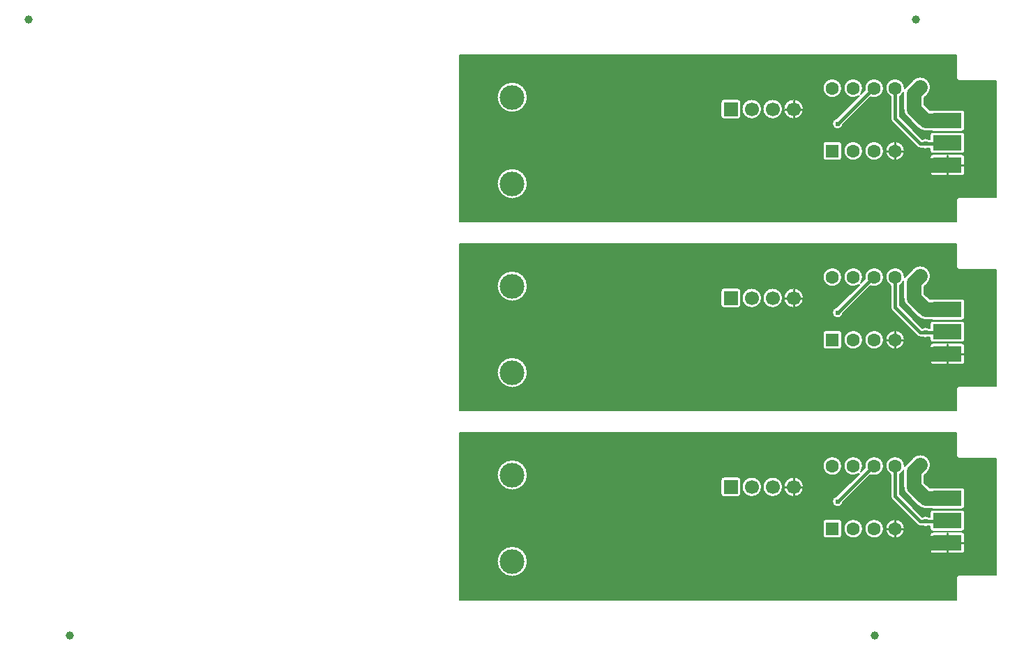
<source format=gbl>
G04 Layer: BottomLayer*
G04 EasyEDA Pro v1.9.28.eba1c1, 2023-02-22 19:28:42*
G04 Gerber Generator version 0.3*
G04 Scale: 100 percent, Rotated: No, Reflected: No*
G04 Dimensions in millimeters*
G04 Leading zeros omitted, absolute positions, 3 integers and 3 decimals*
G04 Panelize: Stamp Hole, Column: 1, Row: 3, Board Size: 127.734mm x 20.95mm, Panelized Board Size: 127.734mm x 82.847mm, Panelized Method: All Objects*
%FSLAX33Y33*%
%MOMM*%
%ADD10C,1.000001*%
%ADD999C,0.2032*%
%ADD11C,0.254*%
%ADD12R,3.500001X1.899996*%
%ADD13C,2.999999*%
%ADD14R,1.6030X1.6002*%
%ADD15R,1.6002X1.6002*%
%ADD16C,1.6002*%
%ADD17C,1.699997*%
%ADD18R,1.699997X1.699997*%
%ADD19C,0.999998*%
%ADD20C,0.610001*%
%ADD21C,0.399999*%
%ADD22C,1.799999*%
G75*


G04 Panelize Start*
G54D10*
G01X-59975Y60373D03*
G01X47760Y60373D03*
G01X-54975Y-14475D03*
G01X42760Y-14475D03*
G04 Panelize End*

G04 Copper Start*
G36*
G01X-7645Y-10142D02*
G01X-7645Y10142D01*
G01X52642D01*
G01Y7366D01*
G03X53000Y7008I358J0D01*
G01X57427D01*
G01Y-7135D01*
G01X53000D01*
G03X52642Y-7493I0J-358D01*
G01Y-10142D01*
G01X-7645D01*
G37*
%LPC*%
G36*
G01X49454Y-1488D02*
G03X49812Y-1846I358J0D01*
G01X53312D01*
G03X53670Y-1488I0J358D01*
G01Y412D01*
G03X53312Y770I-358J0D01*
G01X49812D01*
G03X49454Y412I0J-358D01*
G01Y-77D01*
G01X49253D01*
G03X48895Y28I-358J-558D01*
G03X48537Y-77I0J-663D01*
G01X48491D01*
G01X45770Y2644D01*
G01Y5081D01*
G03X46245Y5572I-558J1015D01*
G03X46240Y5461I1253J-111D01*
G01Y3556D01*
G03X46608Y2666I1258J0D01*
G01X48005Y1269D01*
G03X48895Y901I890J890D01*
G01X49629D01*
G03X49812Y851I183J308D01*
G01X53312D01*
G03X53670Y1209I0J358D01*
G01Y3109D01*
G03X53312Y3467I-358J0D01*
G01X49812D01*
G03X49629Y3417I0J-358D01*
G01X49416D01*
G01X48756Y4077D01*
G01Y4940D01*
G01X49150Y5333D01*
G03X49518Y6223I-890J890D01*
G03X48260Y7481I-1258J0D01*
G03X47370Y7113I0J-1258D01*
G01X46608Y6351D01*
G03X46367Y6013I890J-890D01*
G03X46370Y6096I-1155J83D01*
G03X45212Y7254I-1158J0D01*
G03X44054Y6096I0J-1158D01*
G03X44654Y5081I1158J0D01*
G01Y2413D01*
G03X44817Y2018I558J0D01*
G01X47865Y-1030D01*
G03X48260Y-1193I395J395D01*
G01X48537D01*
G03X48895Y-1298I358J558D01*
G03X49253Y-1193I0J663D01*
G01X49454D01*
G01Y-1488D01*
G37*
G36*
G01X38227Y1115D02*
G03X38875Y1637I0J663D01*
G01X42254Y5016D01*
G03X42672Y4938I418J1080D01*
G03X43830Y6096I0J1158D01*
G03X42672Y7254I-1158J0D01*
G03X41514Y6096I0J-1158D01*
G03X41535Y5875I1158J0D01*
G01X41052Y5392D01*
G03X41290Y6096I-920J704D01*
G03X40132Y7254I-1158J0D01*
G03X38974Y6096I0J-1158D01*
G03X40132Y4938I1158J0D01*
G03X40836Y5176I0J1158D01*
G01X38086Y2426D01*
G03X37564Y1778I141J-648D01*
G03X38227Y1115I663J0D01*
G37*
G36*
G01X-1260Y-7358D02*
G03X598Y-5500I0J1858D01*
G03X-1260Y-3642I-1858J0D01*
G03X-3118Y-5500I0J-1858D01*
G03X-1260Y-7358I1858J0D01*
G37*
G36*
G01X-3118Y5000D02*
G03X-1260Y3142I1858J0D01*
G03X598Y5000I0J1858D01*
G03X-1260Y6858I-1858J0D01*
G03X-3118Y5000I0J-1858D01*
G37*
G36*
G01X49454Y-4185D02*
G03X49812Y-4543I358J0D01*
G01X53312D01*
G03X53670Y-4185I0J358D01*
G01Y-2285D01*
G03X53312Y-1927I-358J0D01*
G01X49812D01*
G03X49454Y-2285I0J-358D01*
G01Y-4185D01*
G37*
G36*
G01X29145Y3556D02*
G03X30353Y2348I1208J0D01*
G03X31561Y3556I0J1208D01*
G03X30353Y4764I-1208J0D01*
G03X29145Y3556I0J-1208D01*
G37*
G36*
G01X26605Y3556D02*
G03X27813Y2348I1208J0D01*
G03X29021Y3556I0J1208D01*
G03X27813Y4764I-1208J0D01*
G03X26605Y3556I0J-1208D01*
G37*
G36*
G01X26123Y2348D02*
G03X26481Y2706I0J358D01*
G01Y4406D01*
G03X26123Y4764I-358J0D01*
G01X24423D01*
G03X24065Y4406I0J-358D01*
G01Y2706D01*
G03X24423Y2348I358J0D01*
G01X26123D01*
G37*
G36*
G01X32893Y2348D02*
G03X34101Y3556I0J1208D01*
G03X32893Y4764I-1208J0D01*
G03X31685Y3556I0J-1208D01*
G03X32893Y2348I1208J0D01*
G37*
G36*
G01X36434Y6096D02*
G03X37592Y4938I1158J0D01*
G03X38750Y6096I0J1158D01*
G03X37592Y7254I-1158J0D01*
G03X36434Y6096I0J-1158D01*
G37*
G36*
G01X38974Y-1524D02*
G03X40132Y-2682I1158J0D01*
G03X41290Y-1524I0J1158D01*
G03X40132Y-366I-1158J0D01*
G03X38974Y-1524I0J-1158D01*
G37*
G36*
G01X45212Y-2682D02*
G03X46370Y-1524I0J1158D01*
G03X45212Y-366I-1158J0D01*
G03X44054Y-1524I0J-1158D01*
G03X45212Y-2682I1158J0D01*
G37*
G36*
G01X41514Y-1524D02*
G03X42672Y-2682I1158J0D01*
G03X43830Y-1524I0J1158D01*
G03X42672Y-366I-1158J0D01*
G03X41514Y-1524I0J-1158D01*
G37*
G36*
G01X38392Y-2682D02*
G03X38750Y-2324I0J358D01*
G01Y-724D01*
G03X38392Y-366I-358J0D01*
G01X36792D01*
G03X36434Y-724I0J-358D01*
G01Y-2324D01*
G03X36792Y-2682I358J0D01*
G01X38392D01*
G37*
%LPD*%
G54D999*
G01X-7645Y-10142D02*
G01X-7645Y10142D01*
G01X52642D01*
G01Y7366D01*
G03X53000Y7008I358J0D01*
G01X57427D01*
G01Y-7135D01*
G01X53000D01*
G03X52642Y-7493I0J-358D01*
G01Y-10142D01*
G01X-7645D01*
G01X49454Y-1488D02*
G03X49812Y-1846I358J0D01*
G01X53312D01*
G03X53670Y-1488I0J358D01*
G01Y412D01*
G03X53312Y770I-358J0D01*
G01X49812D01*
G03X49454Y412I0J-358D01*
G01Y-77D01*
G01X49253D01*
G03X48895Y28I-358J-558D01*
G03X48537Y-77I0J-663D01*
G01X48491D01*
G01X45770Y2644D01*
G01Y5081D01*
G03X46245Y5572I-558J1015D01*
G03X46240Y5461I1253J-111D01*
G01Y3556D01*
G03X46608Y2666I1258J0D01*
G01X48005Y1269D01*
G03X48895Y901I890J890D01*
G01X49629D01*
G03X49812Y851I183J308D01*
G01X53312D01*
G03X53670Y1209I0J358D01*
G01Y3109D01*
G03X53312Y3467I-358J0D01*
G01X49812D01*
G03X49629Y3417I0J-358D01*
G01X49416D01*
G01X48756Y4077D01*
G01Y4940D01*
G01X49150Y5333D01*
G03X49518Y6223I-890J890D01*
G03X48260Y7481I-1258J0D01*
G03X47370Y7113I0J-1258D01*
G01X46608Y6351D01*
G03X46367Y6013I890J-890D01*
G03X46370Y6096I-1155J83D01*
G03X45212Y7254I-1158J0D01*
G03X44054Y6096I0J-1158D01*
G03X44654Y5081I1158J0D01*
G01Y2413D01*
G03X44817Y2018I558J0D01*
G01X47865Y-1030D01*
G03X48260Y-1193I395J395D01*
G01X48537D01*
G03X48895Y-1298I358J558D01*
G03X49253Y-1193I0J663D01*
G01X49454D01*
G01Y-1488D01*
G01X38227Y1115D02*
G03X38875Y1637I0J663D01*
G01X42254Y5016D01*
G03X42672Y4938I418J1080D01*
G03X43830Y6096I0J1158D01*
G03X42672Y7254I-1158J0D01*
G03X41514Y6096I0J-1158D01*
G03X41535Y5875I1158J0D01*
G01X41052Y5392D01*
G03X41290Y6096I-920J704D01*
G03X40132Y7254I-1158J0D01*
G03X38974Y6096I0J-1158D01*
G03X40132Y4938I1158J0D01*
G03X40836Y5176I0J1158D01*
G01X38086Y2426D01*
G03X37564Y1778I141J-648D01*
G03X38227Y1115I663J0D01*
G01X-1260Y-7358D02*
G03X598Y-5500I0J1858D01*
G03X-1260Y-3642I-1858J0D01*
G03X-3118Y-5500I0J-1858D01*
G03X-1260Y-7358I1858J0D01*
G01X-3118Y5000D02*
G03X-1260Y3142I1858J0D01*
G03X598Y5000I0J1858D01*
G03X-1260Y6858I-1858J0D01*
G03X-3118Y5000I0J-1858D01*
G01X49454Y-4185D02*
G03X49812Y-4543I358J0D01*
G01X53312D01*
G03X53670Y-4185I0J358D01*
G01Y-2285D01*
G03X53312Y-1927I-358J0D01*
G01X49812D01*
G03X49454Y-2285I0J-358D01*
G01Y-4185D01*
G01X29145Y3556D02*
G03X30353Y2348I1208J0D01*
G03X31561Y3556I0J1208D01*
G03X30353Y4764I-1208J0D01*
G03X29145Y3556I0J-1208D01*
G01X26605Y3556D02*
G03X27813Y2348I1208J0D01*
G03X29021Y3556I0J1208D01*
G03X27813Y4764I-1208J0D01*
G03X26605Y3556I0J-1208D01*
G01X26123Y2348D02*
G03X26481Y2706I0J358D01*
G01Y4406D01*
G03X26123Y4764I-358J0D01*
G01X24423D01*
G03X24065Y4406I0J-358D01*
G01Y2706D01*
G03X24423Y2348I358J0D01*
G01X26123D01*
G01X32893Y2348D02*
G03X34101Y3556I0J1208D01*
G03X32893Y4764I-1208J0D01*
G03X31685Y3556I0J-1208D01*
G03X32893Y2348I1208J0D01*
G01X36434Y6096D02*
G03X37592Y4938I1158J0D01*
G03X38750Y6096I0J1158D01*
G03X37592Y7254I-1158J0D01*
G03X36434Y6096I0J-1158D01*
G01X38974Y-1524D02*
G03X40132Y-2682I1158J0D01*
G03X41290Y-1524I0J1158D01*
G03X40132Y-366I-1158J0D01*
G03X38974Y-1524I0J-1158D01*
G01X45212Y-2682D02*
G03X46370Y-1524I0J1158D01*
G03X45212Y-366I-1158J0D01*
G03X44054Y-1524I0J-1158D01*
G03X45212Y-2682I1158J0D01*
G01X41514Y-1524D02*
G03X42672Y-2682I1158J0D01*
G03X43830Y-1524I0J1158D01*
G03X42672Y-366I-1158J0D01*
G03X41514Y-1524I0J-1158D01*
G01X38392Y-2682D02*
G03X38750Y-2324I0J358D01*
G01Y-724D01*
G03X38392Y-366I-358J0D01*
G01X36792D01*
G03X36434Y-724I0J-358D01*
G01Y-2324D01*
G03X36792Y-2682I358J0D01*
G01X38392D01*
G54D11*
G01X45212Y-1524D02*
G01X44153Y-1524D01*
G01X45212Y-1524D02*
G01X46271Y-1524D01*
G01X45212Y-1524D02*
G01X45212Y-465D01*
G01X45212Y-1524D02*
G01X45212Y-2583D01*
G01X32893Y3556D02*
G01X31784Y3556D01*
G01X32893Y3556D02*
G01X34002Y3556D01*
G01X32893Y3556D02*
G01X32893Y4665D01*
G01X32893Y3556D02*
G01X32893Y2447D01*
G01X51562Y-3235D02*
G01X51562Y-4444D01*
G01X51562Y-3235D02*
G01X51562Y-2026D01*
G01X51562Y-3235D02*
G01X49553Y-3235D01*
G01X51562Y-3235D02*
G01X53571Y-3235D01*
G04 Copper End*

G04 Pad Start*
G54D12*
G01X51562Y-538D03*
G01X51562Y-3235D03*
G01X51562Y2159D03*
G54D13*
G01X-1260Y5000D03*
G01X-1260Y-5500D03*
G54D15*
G01X37592Y-1524D03*
G54D16*
G01X40132Y-1524D03*
G01X42672Y-1524D03*
G01X45212Y-1524D03*
G01X45212Y6096D03*
G01X42672Y6096D03*
G01X40132Y6096D03*
G01X37592Y6096D03*
G54D17*
G01X32893Y3556D03*
G01X30353Y3556D03*
G01X27813Y3556D03*
G54D18*
G01X25273Y3556D03*
G04 Pad End*

G04 Via Start*
G54D19*
G01X45212Y-3810D03*
G01X48260Y6223D03*
G54D20*
G01X38227Y1778D03*
G01X48895Y-635D03*
G04 Via End*

G04 Track Start*
G54D21*
G01X38227Y1778D02*
G01X42545Y6096D01*
G01X42672D01*
G01X48895Y-635D02*
G01X52100Y-635D01*
G01X48895Y-635D02*
G01X48260Y-635D01*
G01X45212Y2413D01*
G01Y6096D01*
G01X52100Y-635D02*
G01X52197Y-538D01*
G54D22*
G01X48895Y2159D02*
G01X52197Y2159D01*
G01X48260Y6223D02*
G01X47498Y5461D01*
G01Y3556D01*
G01X48895Y2159D01*
G01X51368Y-3235D02*
G01X49222Y-3235D01*
G01X48647Y-3810D02*
G01X49222Y-3235D01*
G01X45212Y-3810D02*
G01X48647Y-3810D01*
G04 Track End*
G54D10*
G01X-59975Y60373D03*
G01X47760Y60373D03*
G01X-54975Y-14475D03*
G01X42760Y-14475D03*
G04 Panelize End*
G36*
G01X-7645Y12807D02*
G01X-7645Y33091D01*
G01X52642D01*
G01Y30315D01*
G03X53000Y29957I358J0D01*
G01X57427D01*
G01Y15814D01*
G01X53000D01*
G03X52642Y15456I0J-358D01*
G01Y12807D01*
G01X-7645D01*
G37*
%LPC*%
G36*
G01X49454Y21461D02*
G03X49812Y21103I358J0D01*
G01X53312D01*
G03X53670Y21461I0J358D01*
G01Y23361D01*
G03X53312Y23719I-358J0D01*
G01X49812D01*
G03X49454Y23361I0J-358D01*
G01Y22872D01*
G01X49253D01*
G03X48895Y22977I-358J-558D01*
G03X48537Y22872I0J-663D01*
G01X48491D01*
G01X45770Y25593D01*
G01Y28030D01*
G03X46245Y28521I-558J1015D01*
G03X46240Y28410I1253J-111D01*
G01Y26505D01*
G03X46608Y25616I1258J0D01*
G01X48005Y24219D01*
G03X48895Y23850I890J890D01*
G01X49629D01*
G03X49812Y23800I183J308D01*
G01X53312D01*
G03X53670Y24158I0J358D01*
G01Y26058D01*
G03X53312Y26416I-358J0D01*
G01X49812D01*
G03X49629Y26366I0J-358D01*
G01X49416D01*
G01X48756Y27026D01*
G01Y27889D01*
G01X49150Y28283D01*
G03X49518Y29172I-890J890D01*
G03X48260Y30430I-1258J0D01*
G03X47370Y30062I0J-1258D01*
G01X46608Y29300D01*
G03X46367Y28962I890J-890D01*
G03X46370Y29045I-1155J83D01*
G03X45212Y30203I-1158J0D01*
G03X44054Y29045I0J-1158D01*
G03X44654Y28030I1158J0D01*
G01Y25362D01*
G03X44817Y24968I558J0D01*
G01X47865Y21920D01*
G03X48260Y21756I395J395D01*
G01X48537D01*
G03X48895Y21651I358J558D01*
G03X49253Y21756I0J663D01*
G01X49454D01*
G01Y21461D01*
G37*
G36*
G01X38227Y24064D02*
G03X38875Y24586I0J663D01*
G01X42254Y27965D01*
G03X42672Y27887I418J1080D01*
G03X43830Y29045I0J1158D01*
G03X42672Y30203I-1158J0D01*
G03X41514Y29045I0J-1158D01*
G03X41535Y28825I1158J0D01*
G01X41052Y28341D01*
G03X41290Y29045I-920J704D01*
G03X40132Y30203I-1158J0D01*
G03X38974Y29045I0J-1158D01*
G03X40132Y27887I1158J0D01*
G03X40836Y28125I0J1158D01*
G01X38086Y25375D01*
G03X37564Y24727I141J-648D01*
G03X38227Y24064I663J0D01*
G37*
G36*
G01X-1260Y15591D02*
G03X598Y17449I0J1858D01*
G03X-1260Y19307I-1858J0D01*
G03X-3118Y17449I0J-1858D01*
G03X-1260Y15591I1858J0D01*
G37*
G36*
G01X-3118Y27949D02*
G03X-1260Y26091I1858J0D01*
G03X598Y27949I0J1858D01*
G03X-1260Y29807I-1858J0D01*
G03X-3118Y27949I0J-1858D01*
G37*
G36*
G01X49454Y18764D02*
G03X49812Y18406I358J0D01*
G01X53312D01*
G03X53670Y18764I0J358D01*
G01Y20664D01*
G03X53312Y21022I-358J0D01*
G01X49812D01*
G03X49454Y20664I0J-358D01*
G01Y18764D01*
G37*
G36*
G01X29145Y26505D02*
G03X30353Y25297I1208J0D01*
G03X31561Y26505I0J1208D01*
G03X30353Y27713I-1208J0D01*
G03X29145Y26505I0J-1208D01*
G37*
G36*
G01X26605Y26505D02*
G03X27813Y25297I1208J0D01*
G03X29021Y26505I0J1208D01*
G03X27813Y27713I-1208J0D01*
G03X26605Y26505I0J-1208D01*
G37*
G36*
G01X26123Y25297D02*
G03X26481Y25655I0J358D01*
G01Y27355D01*
G03X26123Y27713I-358J0D01*
G01X24423D01*
G03X24065Y27355I0J-358D01*
G01Y25655D01*
G03X24423Y25297I358J0D01*
G01X26123D01*
G37*
G36*
G01X32893Y25297D02*
G03X34101Y26505I0J1208D01*
G03X32893Y27713I-1208J0D01*
G03X31685Y26505I0J-1208D01*
G03X32893Y25297I1208J0D01*
G37*
G36*
G01X36434Y29045D02*
G03X37592Y27887I1158J0D01*
G03X38750Y29045I0J1158D01*
G03X37592Y30203I-1158J0D01*
G03X36434Y29045I0J-1158D01*
G37*
G36*
G01X38974Y21425D02*
G03X40132Y20267I1158J0D01*
G03X41290Y21425I0J1158D01*
G03X40132Y22583I-1158J0D01*
G03X38974Y21425I0J-1158D01*
G37*
G36*
G01X45212Y20267D02*
G03X46370Y21425I0J1158D01*
G03X45212Y22583I-1158J0D01*
G03X44054Y21425I0J-1158D01*
G03X45212Y20267I1158J0D01*
G37*
G36*
G01X41514Y21425D02*
G03X42672Y20267I1158J0D01*
G03X43830Y21425I0J1158D01*
G03X42672Y22583I-1158J0D01*
G03X41514Y21425I0J-1158D01*
G37*
G36*
G01X38392Y20267D02*
G03X38750Y20625I0J358D01*
G01Y22225D01*
G03X38392Y22583I-358J0D01*
G01X36792D01*
G03X36434Y22225I0J-358D01*
G01Y20625D01*
G03X36792Y20267I358J0D01*
G01X38392D01*
G37*
%LPD*%
G54D999*
G01X-7645Y12807D02*
G01X-7645Y33091D01*
G01X52642D01*
G01Y30315D01*
G03X53000Y29957I358J0D01*
G01X57427D01*
G01Y15814D01*
G01X53000D01*
G03X52642Y15456I0J-358D01*
G01Y12807D01*
G01X-7645D01*
G01X49454Y21461D02*
G03X49812Y21103I358J0D01*
G01X53312D01*
G03X53670Y21461I0J358D01*
G01Y23361D01*
G03X53312Y23719I-358J0D01*
G01X49812D01*
G03X49454Y23361I0J-358D01*
G01Y22872D01*
G01X49253D01*
G03X48895Y22977I-358J-558D01*
G03X48537Y22872I0J-663D01*
G01X48491D01*
G01X45770Y25593D01*
G01Y28030D01*
G03X46245Y28521I-558J1015D01*
G03X46240Y28410I1253J-111D01*
G01Y26505D01*
G03X46608Y25616I1258J0D01*
G01X48005Y24219D01*
G03X48895Y23850I890J890D01*
G01X49629D01*
G03X49812Y23800I183J308D01*
G01X53312D01*
G03X53670Y24158I0J358D01*
G01Y26058D01*
G03X53312Y26416I-358J0D01*
G01X49812D01*
G03X49629Y26366I0J-358D01*
G01X49416D01*
G01X48756Y27026D01*
G01Y27889D01*
G01X49150Y28283D01*
G03X49518Y29172I-890J890D01*
G03X48260Y30430I-1258J0D01*
G03X47370Y30062I0J-1258D01*
G01X46608Y29300D01*
G03X46367Y28962I890J-890D01*
G03X46370Y29045I-1155J83D01*
G03X45212Y30203I-1158J0D01*
G03X44054Y29045I0J-1158D01*
G03X44654Y28030I1158J0D01*
G01Y25362D01*
G03X44817Y24968I558J0D01*
G01X47865Y21920D01*
G03X48260Y21756I395J395D01*
G01X48537D01*
G03X48895Y21651I358J558D01*
G03X49253Y21756I0J663D01*
G01X49454D01*
G01Y21461D01*
G01X38227Y24064D02*
G03X38875Y24586I0J663D01*
G01X42254Y27965D01*
G03X42672Y27887I418J1080D01*
G03X43830Y29045I0J1158D01*
G03X42672Y30203I-1158J0D01*
G03X41514Y29045I0J-1158D01*
G03X41535Y28825I1158J0D01*
G01X41052Y28341D01*
G03X41290Y29045I-920J704D01*
G03X40132Y30203I-1158J0D01*
G03X38974Y29045I0J-1158D01*
G03X40132Y27887I1158J0D01*
G03X40836Y28125I0J1158D01*
G01X38086Y25375D01*
G03X37564Y24727I141J-648D01*
G03X38227Y24064I663J0D01*
G01X-1260Y15591D02*
G03X598Y17449I0J1858D01*
G03X-1260Y19307I-1858J0D01*
G03X-3118Y17449I0J-1858D01*
G03X-1260Y15591I1858J0D01*
G01X-3118Y27949D02*
G03X-1260Y26091I1858J0D01*
G03X598Y27949I0J1858D01*
G03X-1260Y29807I-1858J0D01*
G03X-3118Y27949I0J-1858D01*
G01X49454Y18764D02*
G03X49812Y18406I358J0D01*
G01X53312D01*
G03X53670Y18764I0J358D01*
G01Y20664D01*
G03X53312Y21022I-358J0D01*
G01X49812D01*
G03X49454Y20664I0J-358D01*
G01Y18764D01*
G01X29145Y26505D02*
G03X30353Y25297I1208J0D01*
G03X31561Y26505I0J1208D01*
G03X30353Y27713I-1208J0D01*
G03X29145Y26505I0J-1208D01*
G01X26605Y26505D02*
G03X27813Y25297I1208J0D01*
G03X29021Y26505I0J1208D01*
G03X27813Y27713I-1208J0D01*
G03X26605Y26505I0J-1208D01*
G01X26123Y25297D02*
G03X26481Y25655I0J358D01*
G01Y27355D01*
G03X26123Y27713I-358J0D01*
G01X24423D01*
G03X24065Y27355I0J-358D01*
G01Y25655D01*
G03X24423Y25297I358J0D01*
G01X26123D01*
G01X32893Y25297D02*
G03X34101Y26505I0J1208D01*
G03X32893Y27713I-1208J0D01*
G03X31685Y26505I0J-1208D01*
G03X32893Y25297I1208J0D01*
G01X36434Y29045D02*
G03X37592Y27887I1158J0D01*
G03X38750Y29045I0J1158D01*
G03X37592Y30203I-1158J0D01*
G03X36434Y29045I0J-1158D01*
G01X38974Y21425D02*
G03X40132Y20267I1158J0D01*
G03X41290Y21425I0J1158D01*
G03X40132Y22583I-1158J0D01*
G03X38974Y21425I0J-1158D01*
G01X45212Y20267D02*
G03X46370Y21425I0J1158D01*
G03X45212Y22583I-1158J0D01*
G03X44054Y21425I0J-1158D01*
G03X45212Y20267I1158J0D01*
G01X41514Y21425D02*
G03X42672Y20267I1158J0D01*
G03X43830Y21425I0J1158D01*
G03X42672Y22583I-1158J0D01*
G03X41514Y21425I0J-1158D01*
G01X38392Y20267D02*
G03X38750Y20625I0J358D01*
G01Y22225D01*
G03X38392Y22583I-358J0D01*
G01X36792D01*
G03X36434Y22225I0J-358D01*
G01Y20625D01*
G03X36792Y20267I358J0D01*
G01X38392D01*
G54D11*
G01X45212Y21425D02*
G01X44153Y21425D01*
G01X45212Y21425D02*
G01X46271Y21425D01*
G01X45212Y21425D02*
G01X45212Y22484D01*
G01X45212Y21425D02*
G01X45212Y20366D01*
G01X32893Y26505D02*
G01X31784Y26505D01*
G01X32893Y26505D02*
G01X34002Y26505D01*
G01X32893Y26505D02*
G01X32893Y27614D01*
G01X32893Y26505D02*
G01X32893Y25396D01*
G01X51562Y19714D02*
G01X51562Y18505D01*
G01X51562Y19714D02*
G01X51562Y20923D01*
G01X51562Y19714D02*
G01X49553Y19714D01*
G01X51562Y19714D02*
G01X53571Y19714D01*
G04 Copper End*
G54D12*
G01X51562Y22411D03*
G01X51562Y19714D03*
G01X51562Y25108D03*
G54D13*
G01X-1260Y27949D03*
G01X-1260Y17449D03*
G54D15*
G01X37592Y21425D03*
G54D16*
G01X40132Y21425D03*
G01X42672Y21425D03*
G01X45212Y21425D03*
G01X45212Y29045D03*
G01X42672Y29045D03*
G01X40132Y29045D03*
G01X37592Y29045D03*
G54D17*
G01X32893Y26505D03*
G01X30353Y26505D03*
G01X27813Y26505D03*
G54D18*
G01X25273Y26505D03*
G04 Pad End*
G54D19*
G01X45212Y19139D03*
G01X48260Y29172D03*
G54D20*
G01X38227Y24727D03*
G01X48895Y22314D03*
G04 Via End*
G54D21*
G01X38227Y24727D02*
G01X42545Y29045D01*
G01X42672D01*
G01X48895Y22314D02*
G01X52100Y22314D01*
G01X48895Y22314D02*
G01X48260Y22314D01*
G01X45212Y25362D01*
G01Y29045D01*
G01X52100Y22314D02*
G01X52197Y22411D01*
G54D22*
G01X48895Y25108D02*
G01X52197Y25108D01*
G01X48260Y29172D02*
G01X47498Y28410D01*
G01Y26505D01*
G01X48895Y25108D01*
G01X51368Y19714D02*
G01X49222Y19714D01*
G01X48647Y19139D02*
G01X49222Y19714D01*
G01X45212Y19139D02*
G01X48647Y19139D01*
G04 Track End*
G54D10*
G01X-59975Y60373D03*
G01X47760Y60373D03*
G01X-54975Y-14475D03*
G01X42760Y-14475D03*
G04 Panelize End*
G36*
G01X-7645Y35757D02*
G01X-7645Y56040D01*
G01X52642D01*
G01Y53264D01*
G03X53000Y52906I358J0D01*
G01X57427D01*
G01Y38764D01*
G01X53000D01*
G03X52642Y38405I0J-358D01*
G01Y35757D01*
G01X-7645D01*
G37*
%LPC*%
G36*
G01X49454Y44410D02*
G03X49812Y44052I358J0D01*
G01X53312D01*
G03X53670Y44410I0J358D01*
G01Y46310D01*
G03X53312Y46669I-358J0D01*
G01X49812D01*
G03X49454Y46310I0J-358D01*
G01Y45822D01*
G01X49253D01*
G03X48895Y45927I-358J-558D01*
G03X48537Y45822I0J-663D01*
G01X48491D01*
G01X45770Y48543D01*
G01Y50980D01*
G03X46245Y51470I-558J1015D01*
G03X46240Y51359I1253J-111D01*
G01Y49454D01*
G03X46608Y48565I1258J0D01*
G01X48005Y47168D01*
G03X48895Y46799I890J890D01*
G01X49629D01*
G03X49812Y46749I183J308D01*
G01X53312D01*
G03X53670Y47107I0J358D01*
G01Y49007D01*
G03X53312Y49366I-358J0D01*
G01X49812D01*
G03X49629Y49316I0J-358D01*
G01X49416D01*
G01X48756Y49976D01*
G01Y50838D01*
G01X49150Y51232D01*
G03X49518Y52121I-890J890D01*
G03X48260Y53380I-1258J0D01*
G03X47370Y53011I0J-1258D01*
G01X46608Y52249D01*
G03X46367Y51911I890J-890D01*
G03X46370Y51994I-1155J83D01*
G03X45212Y53153I-1158J0D01*
G03X44054Y51994I0J-1158D01*
G03X44654Y50980I1158J0D01*
G01Y48311D01*
G03X44817Y47917I558J0D01*
G01X47865Y44869D01*
G03X48260Y44705I395J395D01*
G01X48537D01*
G03X48895Y44600I358J558D01*
G03X49253Y44705I0J663D01*
G01X49454D01*
G01Y44410D01*
G37*
G36*
G01X38227Y47013D02*
G03X38875Y47535I0J663D01*
G01X42254Y50914D01*
G03X42672Y50836I418J1080D01*
G03X43830Y51994I0J1158D01*
G03X42672Y53153I-1158J0D01*
G03X41514Y51994I0J-1158D01*
G03X41535Y51774I1158J0D01*
G01X41052Y51291D01*
G03X41290Y51994I-920J704D01*
G03X40132Y53153I-1158J0D01*
G03X38974Y51994I0J-1158D01*
G03X40132Y50836I1158J0D01*
G03X40836Y51074I0J1158D01*
G01X38086Y48324D01*
G03X37564Y47676I141J-648D01*
G03X38227Y47013I663J0D01*
G37*
G36*
G01X-1260Y38540D02*
G03X598Y40398I0J1858D01*
G03X-1260Y42257I-1858J0D01*
G03X-3118Y40398I0J-1858D01*
G03X-1260Y38540I1858J0D01*
G37*
G36*
G01X-3118Y50898D02*
G03X-1260Y49040I1858J0D01*
G03X598Y50898I0J1858D01*
G03X-1260Y52757I-1858J0D01*
G03X-3118Y50898I0J-1858D01*
G37*
G36*
G01X49454Y41713D02*
G03X49812Y41355I358J0D01*
G01X53312D01*
G03X53670Y41713I0J358D01*
G01Y43613D01*
G03X53312Y43972I-358J0D01*
G01X49812D01*
G03X49454Y43613I0J-358D01*
G01Y41713D01*
G37*
G36*
G01X29145Y49454D02*
G03X30353Y48246I1208J0D01*
G03X31561Y49454I0J1208D01*
G03X30353Y50663I-1208J0D01*
G03X29145Y49454I0J-1208D01*
G37*
G36*
G01X26605Y49454D02*
G03X27813Y48246I1208J0D01*
G03X29021Y49454I0J1208D01*
G03X27813Y50663I-1208J0D01*
G03X26605Y49454I0J-1208D01*
G37*
G36*
G01X26123Y48246D02*
G03X26481Y48604I0J358D01*
G01Y50304D01*
G03X26123Y50663I-358J0D01*
G01X24423D01*
G03X24065Y50304I0J-358D01*
G01Y48604D01*
G03X24423Y48246I358J0D01*
G01X26123D01*
G37*
G36*
G01X32893Y48246D02*
G03X34101Y49454I0J1208D01*
G03X32893Y50663I-1208J0D01*
G03X31685Y49454I0J-1208D01*
G03X32893Y48246I1208J0D01*
G37*
G36*
G01X36434Y51994D02*
G03X37592Y50836I1158J0D01*
G03X38750Y51994I0J1158D01*
G03X37592Y53153I-1158J0D01*
G03X36434Y51994I0J-1158D01*
G37*
G36*
G01X38974Y44374D02*
G03X40132Y43216I1158J0D01*
G03X41290Y44374I0J1158D01*
G03X40132Y45533I-1158J0D01*
G03X38974Y44374I0J-1158D01*
G37*
G36*
G01X45212Y43216D02*
G03X46370Y44374I0J1158D01*
G03X45212Y45533I-1158J0D01*
G03X44054Y44374I0J-1158D01*
G03X45212Y43216I1158J0D01*
G37*
G36*
G01X41514Y44374D02*
G03X42672Y43216I1158J0D01*
G03X43830Y44374I0J1158D01*
G03X42672Y45533I-1158J0D01*
G03X41514Y44374I0J-1158D01*
G37*
G36*
G01X38392Y43216D02*
G03X38750Y43574I0J358D01*
G01Y45175D01*
G03X38392Y45533I-358J0D01*
G01X36792D01*
G03X36434Y45175I0J-358D01*
G01Y43574D01*
G03X36792Y43216I358J0D01*
G01X38392D01*
G37*
%LPD*%
G54D999*
G01X-7645Y35757D02*
G01X-7645Y56040D01*
G01X52642D01*
G01Y53264D01*
G03X53000Y52906I358J0D01*
G01X57427D01*
G01Y38764D01*
G01X53000D01*
G03X52642Y38405I0J-358D01*
G01Y35757D01*
G01X-7645D01*
G01X49454Y44410D02*
G03X49812Y44052I358J0D01*
G01X53312D01*
G03X53670Y44410I0J358D01*
G01Y46310D01*
G03X53312Y46669I-358J0D01*
G01X49812D01*
G03X49454Y46310I0J-358D01*
G01Y45822D01*
G01X49253D01*
G03X48895Y45927I-358J-558D01*
G03X48537Y45822I0J-663D01*
G01X48491D01*
G01X45770Y48543D01*
G01Y50980D01*
G03X46245Y51470I-558J1015D01*
G03X46240Y51359I1253J-111D01*
G01Y49454D01*
G03X46608Y48565I1258J0D01*
G01X48005Y47168D01*
G03X48895Y46799I890J890D01*
G01X49629D01*
G03X49812Y46749I183J308D01*
G01X53312D01*
G03X53670Y47107I0J358D01*
G01Y49007D01*
G03X53312Y49366I-358J0D01*
G01X49812D01*
G03X49629Y49316I0J-358D01*
G01X49416D01*
G01X48756Y49976D01*
G01Y50838D01*
G01X49150Y51232D01*
G03X49518Y52121I-890J890D01*
G03X48260Y53380I-1258J0D01*
G03X47370Y53011I0J-1258D01*
G01X46608Y52249D01*
G03X46367Y51911I890J-890D01*
G03X46370Y51994I-1155J83D01*
G03X45212Y53153I-1158J0D01*
G03X44054Y51994I0J-1158D01*
G03X44654Y50980I1158J0D01*
G01Y48311D01*
G03X44817Y47917I558J0D01*
G01X47865Y44869D01*
G03X48260Y44705I395J395D01*
G01X48537D01*
G03X48895Y44600I358J558D01*
G03X49253Y44705I0J663D01*
G01X49454D01*
G01Y44410D01*
G01X38227Y47013D02*
G03X38875Y47535I0J663D01*
G01X42254Y50914D01*
G03X42672Y50836I418J1080D01*
G03X43830Y51994I0J1158D01*
G03X42672Y53153I-1158J0D01*
G03X41514Y51994I0J-1158D01*
G03X41535Y51774I1158J0D01*
G01X41052Y51291D01*
G03X41290Y51994I-920J704D01*
G03X40132Y53153I-1158J0D01*
G03X38974Y51994I0J-1158D01*
G03X40132Y50836I1158J0D01*
G03X40836Y51074I0J1158D01*
G01X38086Y48324D01*
G03X37564Y47676I141J-648D01*
G03X38227Y47013I663J0D01*
G01X-1260Y38540D02*
G03X598Y40398I0J1858D01*
G03X-1260Y42257I-1858J0D01*
G03X-3118Y40398I0J-1858D01*
G03X-1260Y38540I1858J0D01*
G01X-3118Y50898D02*
G03X-1260Y49040I1858J0D01*
G03X598Y50898I0J1858D01*
G03X-1260Y52757I-1858J0D01*
G03X-3118Y50898I0J-1858D01*
G01X49454Y41713D02*
G03X49812Y41355I358J0D01*
G01X53312D01*
G03X53670Y41713I0J358D01*
G01Y43613D01*
G03X53312Y43972I-358J0D01*
G01X49812D01*
G03X49454Y43613I0J-358D01*
G01Y41713D01*
G01X29145Y49454D02*
G03X30353Y48246I1208J0D01*
G03X31561Y49454I0J1208D01*
G03X30353Y50663I-1208J0D01*
G03X29145Y49454I0J-1208D01*
G01X26605Y49454D02*
G03X27813Y48246I1208J0D01*
G03X29021Y49454I0J1208D01*
G03X27813Y50663I-1208J0D01*
G03X26605Y49454I0J-1208D01*
G01X26123Y48246D02*
G03X26481Y48604I0J358D01*
G01Y50304D01*
G03X26123Y50663I-358J0D01*
G01X24423D01*
G03X24065Y50304I0J-358D01*
G01Y48604D01*
G03X24423Y48246I358J0D01*
G01X26123D01*
G01X32893Y48246D02*
G03X34101Y49454I0J1208D01*
G03X32893Y50663I-1208J0D01*
G03X31685Y49454I0J-1208D01*
G03X32893Y48246I1208J0D01*
G01X36434Y51994D02*
G03X37592Y50836I1158J0D01*
G03X38750Y51994I0J1158D01*
G03X37592Y53153I-1158J0D01*
G03X36434Y51994I0J-1158D01*
G01X38974Y44374D02*
G03X40132Y43216I1158J0D01*
G03X41290Y44374I0J1158D01*
G03X40132Y45533I-1158J0D01*
G03X38974Y44374I0J-1158D01*
G01X45212Y43216D02*
G03X46370Y44374I0J1158D01*
G03X45212Y45533I-1158J0D01*
G03X44054Y44374I0J-1158D01*
G03X45212Y43216I1158J0D01*
G01X41514Y44374D02*
G03X42672Y43216I1158J0D01*
G03X43830Y44374I0J1158D01*
G03X42672Y45533I-1158J0D01*
G03X41514Y44374I0J-1158D01*
G01X38392Y43216D02*
G03X38750Y43574I0J358D01*
G01Y45175D01*
G03X38392Y45533I-358J0D01*
G01X36792D01*
G03X36434Y45175I0J-358D01*
G01Y43574D01*
G03X36792Y43216I358J0D01*
G01X38392D01*
G54D11*
G01X45212Y44374D02*
G01X44153Y44374D01*
G01X45212Y44374D02*
G01X46271Y44374D01*
G01X45212Y44374D02*
G01X45212Y45434D01*
G01X45212Y44374D02*
G01X45212Y43315D01*
G01X32893Y49454D02*
G01X31784Y49454D01*
G01X32893Y49454D02*
G01X34002Y49454D01*
G01X32893Y49454D02*
G01X32893Y50563D01*
G01X32893Y49454D02*
G01X32893Y48345D01*
G01X51562Y42663D02*
G01X51562Y41454D01*
G01X51562Y42663D02*
G01X51562Y43872D01*
G01X51562Y42663D02*
G01X49553Y42663D01*
G01X51562Y42663D02*
G01X53571Y42663D01*
G04 Copper End*
G54D12*
G01X51562Y45360D03*
G01X51562Y42663D03*
G01X51562Y48057D03*
G54D13*
G01X-1260Y50898D03*
G01X-1260Y40398D03*
G54D15*
G01X37592Y44374D03*
G54D16*
G01X40132Y44374D03*
G01X42672Y44374D03*
G01X45212Y44374D03*
G01X45212Y51994D03*
G01X42672Y51994D03*
G01X40132Y51994D03*
G01X37592Y51994D03*
G54D17*
G01X32893Y49454D03*
G01X30353Y49454D03*
G01X27813Y49454D03*
G54D18*
G01X25273Y49454D03*
G04 Pad End*
G54D19*
G01X45212Y42088D03*
G01X48260Y52121D03*
G54D20*
G01X38227Y47676D03*
G01X48895Y45263D03*
G04 Via End*
G54D21*
G01X38227Y47676D02*
G01X42545Y51994D01*
G01X42672D01*
G01X48895Y45263D02*
G01X52100Y45263D01*
G01X48895Y45263D02*
G01X48260Y45263D01*
G01X45212Y48311D01*
G01Y51994D01*
G01X52100Y45263D02*
G01X52197Y45360D01*
G54D22*
G01X48895Y48057D02*
G01X52197Y48057D01*
G01X48260Y52121D02*
G01X47498Y51359D01*
G01Y49454D01*
G01X48895Y48057D01*
G01X51368Y42663D02*
G01X49222Y42663D01*
G01X48647Y42088D02*
G01X49222Y42663D01*
G01X45212Y42088D02*
G01X48647Y42088D01*
G04 Track End*

M02*

</source>
